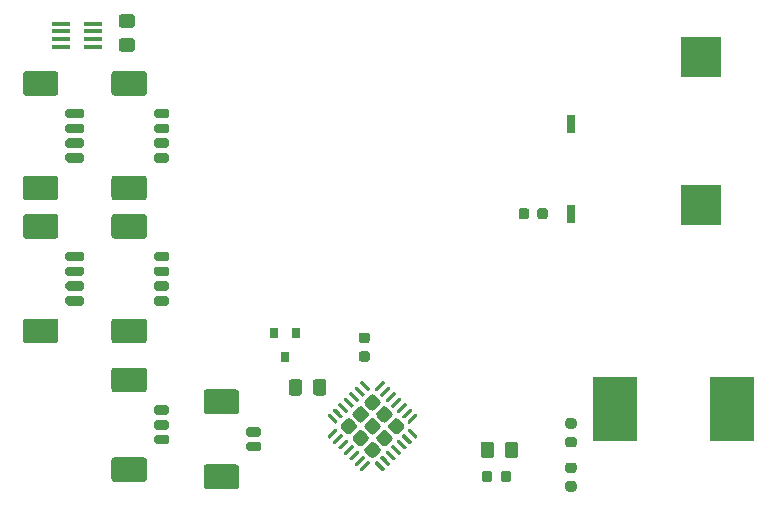
<source format=gtp>
%TF.GenerationSoftware,KiCad,Pcbnew,5.1.6*%
%TF.CreationDate,2020-09-14T14:33:22+02:00*%
%TF.ProjectId,pi-shield,70692d73-6869-4656-9c64-2e6b69636164,rev?*%
%TF.SameCoordinates,Original*%
%TF.FileFunction,Paste,Top*%
%TF.FilePolarity,Positive*%
%FSLAX46Y46*%
G04 Gerber Fmt 4.6, Leading zero omitted, Abs format (unit mm)*
G04 Created by KiCad (PCBNEW 5.1.6) date 2020-09-14 14:33:22*
%MOMM*%
%LPD*%
G01*
G04 APERTURE LIST*
%ADD10R,3.500000X3.500000*%
%ADD11R,3.850000X5.500000*%
%ADD12R,1.560000X0.400000*%
%ADD13R,0.760000X1.600000*%
%ADD14R,0.800000X0.900000*%
G04 APERTURE END LIST*
D10*
%TO.C,BT1*%
X95350000Y-60300000D03*
X95350000Y-47700000D03*
%TD*%
D11*
%TO.C,L1*%
X97975000Y-77500000D03*
X88025000Y-77500000D03*
%TD*%
D12*
%TO.C,U2*%
X43850000Y-46880000D03*
X43850000Y-46230000D03*
X43850000Y-45570000D03*
X43850000Y-44920000D03*
X41150000Y-44920000D03*
X41150000Y-45570000D03*
X41150000Y-46230000D03*
X41150000Y-46880000D03*
%TD*%
%TO.C,C4*%
G36*
G01*
X46249999Y-44100000D02*
X47150001Y-44100000D01*
G75*
G02*
X47400000Y-44349999I0J-249999D01*
G01*
X47400000Y-45000001D01*
G75*
G02*
X47150001Y-45250000I-249999J0D01*
G01*
X46249999Y-45250000D01*
G75*
G02*
X46000000Y-45000001I0J249999D01*
G01*
X46000000Y-44349999D01*
G75*
G02*
X46249999Y-44100000I249999J0D01*
G01*
G37*
G36*
G01*
X46249999Y-46150000D02*
X47150001Y-46150000D01*
G75*
G02*
X47400000Y-46399999I0J-249999D01*
G01*
X47400000Y-47050001D01*
G75*
G02*
X47150001Y-47300000I-249999J0D01*
G01*
X46249999Y-47300000D01*
G75*
G02*
X46000000Y-47050001I0J249999D01*
G01*
X46000000Y-46399999D01*
G75*
G02*
X46249999Y-46150000I249999J0D01*
G01*
G37*
%TD*%
%TO.C,C6*%
G36*
G01*
X61550000Y-75249999D02*
X61550000Y-76150001D01*
G75*
G02*
X61300001Y-76400000I-249999J0D01*
G01*
X60649999Y-76400000D01*
G75*
G02*
X60400000Y-76150001I0J249999D01*
G01*
X60400000Y-75249999D01*
G75*
G02*
X60649999Y-75000000I249999J0D01*
G01*
X61300001Y-75000000D01*
G75*
G02*
X61550000Y-75249999I0J-249999D01*
G01*
G37*
G36*
G01*
X63600000Y-75249999D02*
X63600000Y-76150001D01*
G75*
G02*
X63350001Y-76400000I-249999J0D01*
G01*
X62699999Y-76400000D01*
G75*
G02*
X62450000Y-76150001I0J249999D01*
G01*
X62450000Y-75249999D01*
G75*
G02*
X62699999Y-75000000I249999J0D01*
G01*
X63350001Y-75000000D01*
G75*
G02*
X63600000Y-75249999I0J-249999D01*
G01*
G37*
%TD*%
%TO.C,D1*%
G36*
G01*
X79850000Y-80549999D02*
X79850000Y-81450001D01*
G75*
G02*
X79600001Y-81700000I-249999J0D01*
G01*
X78949999Y-81700000D01*
G75*
G02*
X78700000Y-81450001I0J249999D01*
G01*
X78700000Y-80549999D01*
G75*
G02*
X78949999Y-80300000I249999J0D01*
G01*
X79600001Y-80300000D01*
G75*
G02*
X79850000Y-80549999I0J-249999D01*
G01*
G37*
G36*
G01*
X77800000Y-80549999D02*
X77800000Y-81450001D01*
G75*
G02*
X77550001Y-81700000I-249999J0D01*
G01*
X76899999Y-81700000D01*
G75*
G02*
X76650000Y-81450001I0J249999D01*
G01*
X76650000Y-80549999D01*
G75*
G02*
X76899999Y-80300000I249999J0D01*
G01*
X77550001Y-80300000D01*
G75*
G02*
X77800000Y-80549999I0J-249999D01*
G01*
G37*
%TD*%
%TO.C,U4*%
G36*
G01*
X63805367Y-80042982D02*
X63699301Y-79936916D01*
G75*
G02*
X63699301Y-79830850I53033J53033D01*
G01*
X64318019Y-79212132D01*
G75*
G02*
X64424085Y-79212132I53033J-53033D01*
G01*
X64530151Y-79318198D01*
G75*
G02*
X64530151Y-79424264I-53033J-53033D01*
G01*
X63911433Y-80042982D01*
G75*
G02*
X63805367Y-80042982I-53033J53033D01*
G01*
G37*
G36*
G01*
X64264987Y-80502602D02*
X64158921Y-80396536D01*
G75*
G02*
X64158921Y-80290470I53033J53033D01*
G01*
X64777639Y-79671752D01*
G75*
G02*
X64883705Y-79671752I53033J-53033D01*
G01*
X64989771Y-79777818D01*
G75*
G02*
X64989771Y-79883884I-53033J-53033D01*
G01*
X64371053Y-80502602D01*
G75*
G02*
X64264987Y-80502602I-53033J53033D01*
G01*
G37*
G36*
G01*
X64724606Y-80962221D02*
X64618540Y-80856155D01*
G75*
G02*
X64618540Y-80750089I53033J53033D01*
G01*
X65237258Y-80131371D01*
G75*
G02*
X65343324Y-80131371I53033J-53033D01*
G01*
X65449390Y-80237437D01*
G75*
G02*
X65449390Y-80343503I-53033J-53033D01*
G01*
X64830672Y-80962221D01*
G75*
G02*
X64724606Y-80962221I-53033J53033D01*
G01*
G37*
G36*
G01*
X65184226Y-81421840D02*
X65078160Y-81315774D01*
G75*
G02*
X65078160Y-81209708I53033J53033D01*
G01*
X65696878Y-80590990D01*
G75*
G02*
X65802944Y-80590990I53033J-53033D01*
G01*
X65909010Y-80697056D01*
G75*
G02*
X65909010Y-80803122I-53033J-53033D01*
G01*
X65290292Y-81421840D01*
G75*
G02*
X65184226Y-81421840I-53033J53033D01*
G01*
G37*
G36*
G01*
X65643845Y-81881460D02*
X65537779Y-81775394D01*
G75*
G02*
X65537779Y-81669328I53033J53033D01*
G01*
X66156497Y-81050610D01*
G75*
G02*
X66262563Y-81050610I53033J-53033D01*
G01*
X66368629Y-81156676D01*
G75*
G02*
X66368629Y-81262742I-53033J-53033D01*
G01*
X65749911Y-81881460D01*
G75*
G02*
X65643845Y-81881460I-53033J53033D01*
G01*
G37*
G36*
G01*
X66103464Y-82341079D02*
X65997398Y-82235013D01*
G75*
G02*
X65997398Y-82128947I53033J53033D01*
G01*
X66616116Y-81510229D01*
G75*
G02*
X66722182Y-81510229I53033J-53033D01*
G01*
X66828248Y-81616295D01*
G75*
G02*
X66828248Y-81722361I-53033J-53033D01*
G01*
X66209530Y-82341079D01*
G75*
G02*
X66103464Y-82341079I-53033J53033D01*
G01*
G37*
G36*
G01*
X66563084Y-82800699D02*
X66457018Y-82694633D01*
G75*
G02*
X66457018Y-82588567I53033J53033D01*
G01*
X67075736Y-81969849D01*
G75*
G02*
X67181802Y-81969849I53033J-53033D01*
G01*
X67287868Y-82075915D01*
G75*
G02*
X67287868Y-82181981I-53033J-53033D01*
G01*
X66669150Y-82800699D01*
G75*
G02*
X66563084Y-82800699I-53033J53033D01*
G01*
G37*
G36*
G01*
X68330850Y-82800699D02*
X67712132Y-82181981D01*
G75*
G02*
X67712132Y-82075915I53033J53033D01*
G01*
X67818198Y-81969849D01*
G75*
G02*
X67924264Y-81969849I53033J-53033D01*
G01*
X68542982Y-82588567D01*
G75*
G02*
X68542982Y-82694633I-53033J-53033D01*
G01*
X68436916Y-82800699D01*
G75*
G02*
X68330850Y-82800699I-53033J53033D01*
G01*
G37*
G36*
G01*
X68790470Y-82341079D02*
X68171752Y-81722361D01*
G75*
G02*
X68171752Y-81616295I53033J53033D01*
G01*
X68277818Y-81510229D01*
G75*
G02*
X68383884Y-81510229I53033J-53033D01*
G01*
X69002602Y-82128947D01*
G75*
G02*
X69002602Y-82235013I-53033J-53033D01*
G01*
X68896536Y-82341079D01*
G75*
G02*
X68790470Y-82341079I-53033J53033D01*
G01*
G37*
G36*
G01*
X69250089Y-81881460D02*
X68631371Y-81262742D01*
G75*
G02*
X68631371Y-81156676I53033J53033D01*
G01*
X68737437Y-81050610D01*
G75*
G02*
X68843503Y-81050610I53033J-53033D01*
G01*
X69462221Y-81669328D01*
G75*
G02*
X69462221Y-81775394I-53033J-53033D01*
G01*
X69356155Y-81881460D01*
G75*
G02*
X69250089Y-81881460I-53033J53033D01*
G01*
G37*
G36*
G01*
X69709708Y-81421840D02*
X69090990Y-80803122D01*
G75*
G02*
X69090990Y-80697056I53033J53033D01*
G01*
X69197056Y-80590990D01*
G75*
G02*
X69303122Y-80590990I53033J-53033D01*
G01*
X69921840Y-81209708D01*
G75*
G02*
X69921840Y-81315774I-53033J-53033D01*
G01*
X69815774Y-81421840D01*
G75*
G02*
X69709708Y-81421840I-53033J53033D01*
G01*
G37*
G36*
G01*
X70169328Y-80962221D02*
X69550610Y-80343503D01*
G75*
G02*
X69550610Y-80237437I53033J53033D01*
G01*
X69656676Y-80131371D01*
G75*
G02*
X69762742Y-80131371I53033J-53033D01*
G01*
X70381460Y-80750089D01*
G75*
G02*
X70381460Y-80856155I-53033J-53033D01*
G01*
X70275394Y-80962221D01*
G75*
G02*
X70169328Y-80962221I-53033J53033D01*
G01*
G37*
G36*
G01*
X70628947Y-80502602D02*
X70010229Y-79883884D01*
G75*
G02*
X70010229Y-79777818I53033J53033D01*
G01*
X70116295Y-79671752D01*
G75*
G02*
X70222361Y-79671752I53033J-53033D01*
G01*
X70841079Y-80290470D01*
G75*
G02*
X70841079Y-80396536I-53033J-53033D01*
G01*
X70735013Y-80502602D01*
G75*
G02*
X70628947Y-80502602I-53033J53033D01*
G01*
G37*
G36*
G01*
X71088567Y-80042982D02*
X70469849Y-79424264D01*
G75*
G02*
X70469849Y-79318198I53033J53033D01*
G01*
X70575915Y-79212132D01*
G75*
G02*
X70681981Y-79212132I53033J-53033D01*
G01*
X71300699Y-79830850D01*
G75*
G02*
X71300699Y-79936916I-53033J-53033D01*
G01*
X71194633Y-80042982D01*
G75*
G02*
X71088567Y-80042982I-53033J53033D01*
G01*
G37*
G36*
G01*
X70575915Y-78787868D02*
X70469849Y-78681802D01*
G75*
G02*
X70469849Y-78575736I53033J53033D01*
G01*
X71088567Y-77957018D01*
G75*
G02*
X71194633Y-77957018I53033J-53033D01*
G01*
X71300699Y-78063084D01*
G75*
G02*
X71300699Y-78169150I-53033J-53033D01*
G01*
X70681981Y-78787868D01*
G75*
G02*
X70575915Y-78787868I-53033J53033D01*
G01*
G37*
G36*
G01*
X70116295Y-78328248D02*
X70010229Y-78222182D01*
G75*
G02*
X70010229Y-78116116I53033J53033D01*
G01*
X70628947Y-77497398D01*
G75*
G02*
X70735013Y-77497398I53033J-53033D01*
G01*
X70841079Y-77603464D01*
G75*
G02*
X70841079Y-77709530I-53033J-53033D01*
G01*
X70222361Y-78328248D01*
G75*
G02*
X70116295Y-78328248I-53033J53033D01*
G01*
G37*
G36*
G01*
X69656676Y-77868629D02*
X69550610Y-77762563D01*
G75*
G02*
X69550610Y-77656497I53033J53033D01*
G01*
X70169328Y-77037779D01*
G75*
G02*
X70275394Y-77037779I53033J-53033D01*
G01*
X70381460Y-77143845D01*
G75*
G02*
X70381460Y-77249911I-53033J-53033D01*
G01*
X69762742Y-77868629D01*
G75*
G02*
X69656676Y-77868629I-53033J53033D01*
G01*
G37*
G36*
G01*
X69197056Y-77409010D02*
X69090990Y-77302944D01*
G75*
G02*
X69090990Y-77196878I53033J53033D01*
G01*
X69709708Y-76578160D01*
G75*
G02*
X69815774Y-76578160I53033J-53033D01*
G01*
X69921840Y-76684226D01*
G75*
G02*
X69921840Y-76790292I-53033J-53033D01*
G01*
X69303122Y-77409010D01*
G75*
G02*
X69197056Y-77409010I-53033J53033D01*
G01*
G37*
G36*
G01*
X68737437Y-76949390D02*
X68631371Y-76843324D01*
G75*
G02*
X68631371Y-76737258I53033J53033D01*
G01*
X69250089Y-76118540D01*
G75*
G02*
X69356155Y-76118540I53033J-53033D01*
G01*
X69462221Y-76224606D01*
G75*
G02*
X69462221Y-76330672I-53033J-53033D01*
G01*
X68843503Y-76949390D01*
G75*
G02*
X68737437Y-76949390I-53033J53033D01*
G01*
G37*
G36*
G01*
X68277818Y-76489771D02*
X68171752Y-76383705D01*
G75*
G02*
X68171752Y-76277639I53033J53033D01*
G01*
X68790470Y-75658921D01*
G75*
G02*
X68896536Y-75658921I53033J-53033D01*
G01*
X69002602Y-75764987D01*
G75*
G02*
X69002602Y-75871053I-53033J-53033D01*
G01*
X68383884Y-76489771D01*
G75*
G02*
X68277818Y-76489771I-53033J53033D01*
G01*
G37*
G36*
G01*
X67818198Y-76030151D02*
X67712132Y-75924085D01*
G75*
G02*
X67712132Y-75818019I53033J53033D01*
G01*
X68330850Y-75199301D01*
G75*
G02*
X68436916Y-75199301I53033J-53033D01*
G01*
X68542982Y-75305367D01*
G75*
G02*
X68542982Y-75411433I-53033J-53033D01*
G01*
X67924264Y-76030151D01*
G75*
G02*
X67818198Y-76030151I-53033J53033D01*
G01*
G37*
G36*
G01*
X67075736Y-76030151D02*
X66457018Y-75411433D01*
G75*
G02*
X66457018Y-75305367I53033J53033D01*
G01*
X66563084Y-75199301D01*
G75*
G02*
X66669150Y-75199301I53033J-53033D01*
G01*
X67287868Y-75818019D01*
G75*
G02*
X67287868Y-75924085I-53033J-53033D01*
G01*
X67181802Y-76030151D01*
G75*
G02*
X67075736Y-76030151I-53033J53033D01*
G01*
G37*
G36*
G01*
X66616116Y-76489771D02*
X65997398Y-75871053D01*
G75*
G02*
X65997398Y-75764987I53033J53033D01*
G01*
X66103464Y-75658921D01*
G75*
G02*
X66209530Y-75658921I53033J-53033D01*
G01*
X66828248Y-76277639D01*
G75*
G02*
X66828248Y-76383705I-53033J-53033D01*
G01*
X66722182Y-76489771D01*
G75*
G02*
X66616116Y-76489771I-53033J53033D01*
G01*
G37*
G36*
G01*
X66156497Y-76949390D02*
X65537779Y-76330672D01*
G75*
G02*
X65537779Y-76224606I53033J53033D01*
G01*
X65643845Y-76118540D01*
G75*
G02*
X65749911Y-76118540I53033J-53033D01*
G01*
X66368629Y-76737258D01*
G75*
G02*
X66368629Y-76843324I-53033J-53033D01*
G01*
X66262563Y-76949390D01*
G75*
G02*
X66156497Y-76949390I-53033J53033D01*
G01*
G37*
G36*
G01*
X65696878Y-77409010D02*
X65078160Y-76790292D01*
G75*
G02*
X65078160Y-76684226I53033J53033D01*
G01*
X65184226Y-76578160D01*
G75*
G02*
X65290292Y-76578160I53033J-53033D01*
G01*
X65909010Y-77196878D01*
G75*
G02*
X65909010Y-77302944I-53033J-53033D01*
G01*
X65802944Y-77409010D01*
G75*
G02*
X65696878Y-77409010I-53033J53033D01*
G01*
G37*
G36*
G01*
X65237258Y-77868629D02*
X64618540Y-77249911D01*
G75*
G02*
X64618540Y-77143845I53033J53033D01*
G01*
X64724606Y-77037779D01*
G75*
G02*
X64830672Y-77037779I53033J-53033D01*
G01*
X65449390Y-77656497D01*
G75*
G02*
X65449390Y-77762563I-53033J-53033D01*
G01*
X65343324Y-77868629D01*
G75*
G02*
X65237258Y-77868629I-53033J53033D01*
G01*
G37*
G36*
G01*
X64777639Y-78328248D02*
X64158921Y-77709530D01*
G75*
G02*
X64158921Y-77603464I53033J53033D01*
G01*
X64264987Y-77497398D01*
G75*
G02*
X64371053Y-77497398I53033J-53033D01*
G01*
X64989771Y-78116116D01*
G75*
G02*
X64989771Y-78222182I-53033J-53033D01*
G01*
X64883705Y-78328248D01*
G75*
G02*
X64777639Y-78328248I-53033J53033D01*
G01*
G37*
G36*
G01*
X64318019Y-78787868D02*
X63699301Y-78169150D01*
G75*
G02*
X63699301Y-78063084I53033J53033D01*
G01*
X63805367Y-77957018D01*
G75*
G02*
X63911433Y-77957018I53033J-53033D01*
G01*
X64530151Y-78575736D01*
G75*
G02*
X64530151Y-78681802I-53033J-53033D01*
G01*
X64424085Y-78787868D01*
G75*
G02*
X64318019Y-78787868I-53033J53033D01*
G01*
G37*
G36*
G01*
X65315041Y-79629326D02*
X64862491Y-79176776D01*
G75*
G02*
X64862491Y-78823224I176776J176776D01*
G01*
X65315041Y-78370674D01*
G75*
G02*
X65668593Y-78370674I176776J-176776D01*
G01*
X66121143Y-78823224D01*
G75*
G02*
X66121143Y-79176776I-176776J-176776D01*
G01*
X65668593Y-79629326D01*
G75*
G02*
X65315041Y-79629326I-176776J176776D01*
G01*
G37*
G36*
G01*
X66319132Y-80633418D02*
X65866582Y-80180868D01*
G75*
G02*
X65866582Y-79827316I176776J176776D01*
G01*
X66319132Y-79374766D01*
G75*
G02*
X66672684Y-79374766I176776J-176776D01*
G01*
X67125234Y-79827316D01*
G75*
G02*
X67125234Y-80180868I-176776J-176776D01*
G01*
X66672684Y-80633418D01*
G75*
G02*
X66319132Y-80633418I-176776J176776D01*
G01*
G37*
G36*
G01*
X67323224Y-81637509D02*
X66870674Y-81184959D01*
G75*
G02*
X66870674Y-80831407I176776J176776D01*
G01*
X67323224Y-80378857D01*
G75*
G02*
X67676776Y-80378857I176776J-176776D01*
G01*
X68129326Y-80831407D01*
G75*
G02*
X68129326Y-81184959I-176776J-176776D01*
G01*
X67676776Y-81637509D01*
G75*
G02*
X67323224Y-81637509I-176776J176776D01*
G01*
G37*
G36*
G01*
X66319132Y-78625234D02*
X65866582Y-78172684D01*
G75*
G02*
X65866582Y-77819132I176776J176776D01*
G01*
X66319132Y-77366582D01*
G75*
G02*
X66672684Y-77366582I176776J-176776D01*
G01*
X67125234Y-77819132D01*
G75*
G02*
X67125234Y-78172684I-176776J-176776D01*
G01*
X66672684Y-78625234D01*
G75*
G02*
X66319132Y-78625234I-176776J176776D01*
G01*
G37*
G36*
G01*
X67323224Y-79629326D02*
X66870674Y-79176776D01*
G75*
G02*
X66870674Y-78823224I176776J176776D01*
G01*
X67323224Y-78370674D01*
G75*
G02*
X67676776Y-78370674I176776J-176776D01*
G01*
X68129326Y-78823224D01*
G75*
G02*
X68129326Y-79176776I-176776J-176776D01*
G01*
X67676776Y-79629326D01*
G75*
G02*
X67323224Y-79629326I-176776J176776D01*
G01*
G37*
G36*
G01*
X68327316Y-80633418D02*
X67874766Y-80180868D01*
G75*
G02*
X67874766Y-79827316I176776J176776D01*
G01*
X68327316Y-79374766D01*
G75*
G02*
X68680868Y-79374766I176776J-176776D01*
G01*
X69133418Y-79827316D01*
G75*
G02*
X69133418Y-80180868I-176776J-176776D01*
G01*
X68680868Y-80633418D01*
G75*
G02*
X68327316Y-80633418I-176776J176776D01*
G01*
G37*
G36*
G01*
X67323224Y-77621143D02*
X66870674Y-77168593D01*
G75*
G02*
X66870674Y-76815041I176776J176776D01*
G01*
X67323224Y-76362491D01*
G75*
G02*
X67676776Y-76362491I176776J-176776D01*
G01*
X68129326Y-76815041D01*
G75*
G02*
X68129326Y-77168593I-176776J-176776D01*
G01*
X67676776Y-77621143D01*
G75*
G02*
X67323224Y-77621143I-176776J176776D01*
G01*
G37*
G36*
G01*
X68327316Y-78625234D02*
X67874766Y-78172684D01*
G75*
G02*
X67874766Y-77819132I176776J176776D01*
G01*
X68327316Y-77366582D01*
G75*
G02*
X68680868Y-77366582I176776J-176776D01*
G01*
X69133418Y-77819132D01*
G75*
G02*
X69133418Y-78172684I-176776J-176776D01*
G01*
X68680868Y-78625234D01*
G75*
G02*
X68327316Y-78625234I-176776J176776D01*
G01*
G37*
G36*
G01*
X69331407Y-79629326D02*
X68878857Y-79176776D01*
G75*
G02*
X68878857Y-78823224I176776J176776D01*
G01*
X69331407Y-78370674D01*
G75*
G02*
X69684959Y-78370674I176776J-176776D01*
G01*
X70137509Y-78823224D01*
G75*
G02*
X70137509Y-79176776I-176776J-176776D01*
G01*
X69684959Y-79629326D01*
G75*
G02*
X69331407Y-79629326I-176776J176776D01*
G01*
G37*
%TD*%
D13*
%TO.C,SW1*%
X84300000Y-61010000D03*
X84300000Y-53390000D03*
%TD*%
%TO.C,J8*%
G36*
G01*
X41700000Y-64225000D02*
X42900000Y-64225000D01*
G75*
G02*
X43100000Y-64425000I0J-200000D01*
G01*
X43100000Y-64825000D01*
G75*
G02*
X42900000Y-65025000I-200000J0D01*
G01*
X41700000Y-65025000D01*
G75*
G02*
X41500000Y-64825000I0J200000D01*
G01*
X41500000Y-64425000D01*
G75*
G02*
X41700000Y-64225000I200000J0D01*
G01*
G37*
G36*
G01*
X41700000Y-65475000D02*
X42900000Y-65475000D01*
G75*
G02*
X43100000Y-65675000I0J-200000D01*
G01*
X43100000Y-66075000D01*
G75*
G02*
X42900000Y-66275000I-200000J0D01*
G01*
X41700000Y-66275000D01*
G75*
G02*
X41500000Y-66075000I0J200000D01*
G01*
X41500000Y-65675000D01*
G75*
G02*
X41700000Y-65475000I200000J0D01*
G01*
G37*
G36*
G01*
X41700000Y-66725000D02*
X42900000Y-66725000D01*
G75*
G02*
X43100000Y-66925000I0J-200000D01*
G01*
X43100000Y-67325000D01*
G75*
G02*
X42900000Y-67525000I-200000J0D01*
G01*
X41700000Y-67525000D01*
G75*
G02*
X41500000Y-67325000I0J200000D01*
G01*
X41500000Y-66925000D01*
G75*
G02*
X41700000Y-66725000I200000J0D01*
G01*
G37*
G36*
G01*
X41700000Y-67975000D02*
X42900000Y-67975000D01*
G75*
G02*
X43100000Y-68175000I0J-200000D01*
G01*
X43100000Y-68575000D01*
G75*
G02*
X42900000Y-68775000I-200000J0D01*
G01*
X41700000Y-68775000D01*
G75*
G02*
X41500000Y-68575000I0J200000D01*
G01*
X41500000Y-68175000D01*
G75*
G02*
X41700000Y-67975000I200000J0D01*
G01*
G37*
G36*
G01*
X38150000Y-61025000D02*
X40650000Y-61025000D01*
G75*
G02*
X40900000Y-61275000I0J-250000D01*
G01*
X40900000Y-62875000D01*
G75*
G02*
X40650000Y-63125000I-250000J0D01*
G01*
X38150000Y-63125000D01*
G75*
G02*
X37900000Y-62875000I0J250000D01*
G01*
X37900000Y-61275000D01*
G75*
G02*
X38150000Y-61025000I250000J0D01*
G01*
G37*
G36*
G01*
X38150000Y-69875000D02*
X40650000Y-69875000D01*
G75*
G02*
X40900000Y-70125000I0J-250000D01*
G01*
X40900000Y-71725000D01*
G75*
G02*
X40650000Y-71975000I-250000J0D01*
G01*
X38150000Y-71975000D01*
G75*
G02*
X37900000Y-71725000I0J250000D01*
G01*
X37900000Y-70125000D01*
G75*
G02*
X38150000Y-69875000I250000J0D01*
G01*
G37*
%TD*%
%TO.C,J9*%
G36*
G01*
X38150000Y-57775000D02*
X40650000Y-57775000D01*
G75*
G02*
X40900000Y-58025000I0J-250000D01*
G01*
X40900000Y-59625000D01*
G75*
G02*
X40650000Y-59875000I-250000J0D01*
G01*
X38150000Y-59875000D01*
G75*
G02*
X37900000Y-59625000I0J250000D01*
G01*
X37900000Y-58025000D01*
G75*
G02*
X38150000Y-57775000I250000J0D01*
G01*
G37*
G36*
G01*
X38150000Y-48925000D02*
X40650000Y-48925000D01*
G75*
G02*
X40900000Y-49175000I0J-250000D01*
G01*
X40900000Y-50775000D01*
G75*
G02*
X40650000Y-51025000I-250000J0D01*
G01*
X38150000Y-51025000D01*
G75*
G02*
X37900000Y-50775000I0J250000D01*
G01*
X37900000Y-49175000D01*
G75*
G02*
X38150000Y-48925000I250000J0D01*
G01*
G37*
G36*
G01*
X41700000Y-55875000D02*
X42900000Y-55875000D01*
G75*
G02*
X43100000Y-56075000I0J-200000D01*
G01*
X43100000Y-56475000D01*
G75*
G02*
X42900000Y-56675000I-200000J0D01*
G01*
X41700000Y-56675000D01*
G75*
G02*
X41500000Y-56475000I0J200000D01*
G01*
X41500000Y-56075000D01*
G75*
G02*
X41700000Y-55875000I200000J0D01*
G01*
G37*
G36*
G01*
X41700000Y-54625000D02*
X42900000Y-54625000D01*
G75*
G02*
X43100000Y-54825000I0J-200000D01*
G01*
X43100000Y-55225000D01*
G75*
G02*
X42900000Y-55425000I-200000J0D01*
G01*
X41700000Y-55425000D01*
G75*
G02*
X41500000Y-55225000I0J200000D01*
G01*
X41500000Y-54825000D01*
G75*
G02*
X41700000Y-54625000I200000J0D01*
G01*
G37*
G36*
G01*
X41700000Y-53375000D02*
X42900000Y-53375000D01*
G75*
G02*
X43100000Y-53575000I0J-200000D01*
G01*
X43100000Y-53975000D01*
G75*
G02*
X42900000Y-54175000I-200000J0D01*
G01*
X41700000Y-54175000D01*
G75*
G02*
X41500000Y-53975000I0J200000D01*
G01*
X41500000Y-53575000D01*
G75*
G02*
X41700000Y-53375000I200000J0D01*
G01*
G37*
G36*
G01*
X41700000Y-52125000D02*
X42900000Y-52125000D01*
G75*
G02*
X43100000Y-52325000I0J-200000D01*
G01*
X43100000Y-52725000D01*
G75*
G02*
X42900000Y-52925000I-200000J0D01*
G01*
X41700000Y-52925000D01*
G75*
G02*
X41500000Y-52725000I0J200000D01*
G01*
X41500000Y-52325000D01*
G75*
G02*
X41700000Y-52125000I200000J0D01*
G01*
G37*
%TD*%
D14*
%TO.C,Q1*%
X61050000Y-71100000D03*
X59150000Y-71100000D03*
X60100000Y-73100000D03*
%TD*%
%TO.C,J2*%
G36*
G01*
X49200000Y-52125000D02*
X50100000Y-52125000D01*
G75*
G02*
X50300000Y-52325000I0J-200000D01*
G01*
X50300000Y-52725000D01*
G75*
G02*
X50100000Y-52925000I-200000J0D01*
G01*
X49200000Y-52925000D01*
G75*
G02*
X49000000Y-52725000I0J200000D01*
G01*
X49000000Y-52325000D01*
G75*
G02*
X49200000Y-52125000I200000J0D01*
G01*
G37*
G36*
G01*
X49200000Y-53375000D02*
X50100000Y-53375000D01*
G75*
G02*
X50300000Y-53575000I0J-200000D01*
G01*
X50300000Y-53975000D01*
G75*
G02*
X50100000Y-54175000I-200000J0D01*
G01*
X49200000Y-54175000D01*
G75*
G02*
X49000000Y-53975000I0J200000D01*
G01*
X49000000Y-53575000D01*
G75*
G02*
X49200000Y-53375000I200000J0D01*
G01*
G37*
G36*
G01*
X49200000Y-54625000D02*
X50100000Y-54625000D01*
G75*
G02*
X50300000Y-54825000I0J-200000D01*
G01*
X50300000Y-55225000D01*
G75*
G02*
X50100000Y-55425000I-200000J0D01*
G01*
X49200000Y-55425000D01*
G75*
G02*
X49000000Y-55225000I0J200000D01*
G01*
X49000000Y-54825000D01*
G75*
G02*
X49200000Y-54625000I200000J0D01*
G01*
G37*
G36*
G01*
X49200000Y-55875000D02*
X50100000Y-55875000D01*
G75*
G02*
X50300000Y-56075000I0J-200000D01*
G01*
X50300000Y-56475000D01*
G75*
G02*
X50100000Y-56675000I-200000J0D01*
G01*
X49200000Y-56675000D01*
G75*
G02*
X49000000Y-56475000I0J200000D01*
G01*
X49000000Y-56075000D01*
G75*
G02*
X49200000Y-55875000I200000J0D01*
G01*
G37*
G36*
G01*
X45650000Y-48925000D02*
X48150000Y-48925000D01*
G75*
G02*
X48400000Y-49175000I0J-250000D01*
G01*
X48400000Y-50775000D01*
G75*
G02*
X48150000Y-51025000I-250000J0D01*
G01*
X45650000Y-51025000D01*
G75*
G02*
X45400000Y-50775000I0J250000D01*
G01*
X45400000Y-49175000D01*
G75*
G02*
X45650000Y-48925000I250000J0D01*
G01*
G37*
G36*
G01*
X45650000Y-57775000D02*
X48150000Y-57775000D01*
G75*
G02*
X48400000Y-58025000I0J-250000D01*
G01*
X48400000Y-59625000D01*
G75*
G02*
X48150000Y-59875000I-250000J0D01*
G01*
X45650000Y-59875000D01*
G75*
G02*
X45400000Y-59625000I0J250000D01*
G01*
X45400000Y-58025000D01*
G75*
G02*
X45650000Y-57775000I250000J0D01*
G01*
G37*
%TD*%
%TO.C,J3*%
G36*
G01*
X45650000Y-69875000D02*
X48150000Y-69875000D01*
G75*
G02*
X48400000Y-70125000I0J-250000D01*
G01*
X48400000Y-71725000D01*
G75*
G02*
X48150000Y-71975000I-250000J0D01*
G01*
X45650000Y-71975000D01*
G75*
G02*
X45400000Y-71725000I0J250000D01*
G01*
X45400000Y-70125000D01*
G75*
G02*
X45650000Y-69875000I250000J0D01*
G01*
G37*
G36*
G01*
X45650000Y-61025000D02*
X48150000Y-61025000D01*
G75*
G02*
X48400000Y-61275000I0J-250000D01*
G01*
X48400000Y-62875000D01*
G75*
G02*
X48150000Y-63125000I-250000J0D01*
G01*
X45650000Y-63125000D01*
G75*
G02*
X45400000Y-62875000I0J250000D01*
G01*
X45400000Y-61275000D01*
G75*
G02*
X45650000Y-61025000I250000J0D01*
G01*
G37*
G36*
G01*
X49200000Y-67975000D02*
X50100000Y-67975000D01*
G75*
G02*
X50300000Y-68175000I0J-200000D01*
G01*
X50300000Y-68575000D01*
G75*
G02*
X50100000Y-68775000I-200000J0D01*
G01*
X49200000Y-68775000D01*
G75*
G02*
X49000000Y-68575000I0J200000D01*
G01*
X49000000Y-68175000D01*
G75*
G02*
X49200000Y-67975000I200000J0D01*
G01*
G37*
G36*
G01*
X49200000Y-66725000D02*
X50100000Y-66725000D01*
G75*
G02*
X50300000Y-66925000I0J-200000D01*
G01*
X50300000Y-67325000D01*
G75*
G02*
X50100000Y-67525000I-200000J0D01*
G01*
X49200000Y-67525000D01*
G75*
G02*
X49000000Y-67325000I0J200000D01*
G01*
X49000000Y-66925000D01*
G75*
G02*
X49200000Y-66725000I200000J0D01*
G01*
G37*
G36*
G01*
X49200000Y-65475000D02*
X50100000Y-65475000D01*
G75*
G02*
X50300000Y-65675000I0J-200000D01*
G01*
X50300000Y-66075000D01*
G75*
G02*
X50100000Y-66275000I-200000J0D01*
G01*
X49200000Y-66275000D01*
G75*
G02*
X49000000Y-66075000I0J200000D01*
G01*
X49000000Y-65675000D01*
G75*
G02*
X49200000Y-65475000I200000J0D01*
G01*
G37*
G36*
G01*
X49200000Y-64225000D02*
X50100000Y-64225000D01*
G75*
G02*
X50300000Y-64425000I0J-200000D01*
G01*
X50300000Y-64825000D01*
G75*
G02*
X50100000Y-65025000I-200000J0D01*
G01*
X49200000Y-65025000D01*
G75*
G02*
X49000000Y-64825000I0J200000D01*
G01*
X49000000Y-64425000D01*
G75*
G02*
X49200000Y-64225000I200000J0D01*
G01*
G37*
%TD*%
%TO.C,J11*%
G36*
G01*
X57000000Y-79075000D02*
X57900000Y-79075000D01*
G75*
G02*
X58100000Y-79275000I0J-200000D01*
G01*
X58100000Y-79675000D01*
G75*
G02*
X57900000Y-79875000I-200000J0D01*
G01*
X57000000Y-79875000D01*
G75*
G02*
X56800000Y-79675000I0J200000D01*
G01*
X56800000Y-79275000D01*
G75*
G02*
X57000000Y-79075000I200000J0D01*
G01*
G37*
G36*
G01*
X57000000Y-80325000D02*
X57900000Y-80325000D01*
G75*
G02*
X58100000Y-80525000I0J-200000D01*
G01*
X58100000Y-80925000D01*
G75*
G02*
X57900000Y-81125000I-200000J0D01*
G01*
X57000000Y-81125000D01*
G75*
G02*
X56800000Y-80925000I0J200000D01*
G01*
X56800000Y-80525000D01*
G75*
G02*
X57000000Y-80325000I200000J0D01*
G01*
G37*
G36*
G01*
X53450000Y-75875000D02*
X55950000Y-75875000D01*
G75*
G02*
X56200000Y-76125000I0J-250000D01*
G01*
X56200000Y-77725000D01*
G75*
G02*
X55950000Y-77975000I-250000J0D01*
G01*
X53450000Y-77975000D01*
G75*
G02*
X53200000Y-77725000I0J250000D01*
G01*
X53200000Y-76125000D01*
G75*
G02*
X53450000Y-75875000I250000J0D01*
G01*
G37*
G36*
G01*
X53450000Y-82225000D02*
X55950000Y-82225000D01*
G75*
G02*
X56200000Y-82475000I0J-250000D01*
G01*
X56200000Y-84075000D01*
G75*
G02*
X55950000Y-84325000I-250000J0D01*
G01*
X53450000Y-84325000D01*
G75*
G02*
X53200000Y-84075000I0J250000D01*
G01*
X53200000Y-82475000D01*
G75*
G02*
X53450000Y-82225000I250000J0D01*
G01*
G37*
%TD*%
%TO.C,R10*%
G36*
G01*
X67056250Y-73525000D02*
X66543750Y-73525000D01*
G75*
G02*
X66325000Y-73306250I0J218750D01*
G01*
X66325000Y-72868750D01*
G75*
G02*
X66543750Y-72650000I218750J0D01*
G01*
X67056250Y-72650000D01*
G75*
G02*
X67275000Y-72868750I0J-218750D01*
G01*
X67275000Y-73306250D01*
G75*
G02*
X67056250Y-73525000I-218750J0D01*
G01*
G37*
G36*
G01*
X67056250Y-71950000D02*
X66543750Y-71950000D01*
G75*
G02*
X66325000Y-71731250I0J218750D01*
G01*
X66325000Y-71293750D01*
G75*
G02*
X66543750Y-71075000I218750J0D01*
G01*
X67056250Y-71075000D01*
G75*
G02*
X67275000Y-71293750I0J-218750D01*
G01*
X67275000Y-71731250D01*
G75*
G02*
X67056250Y-71950000I-218750J0D01*
G01*
G37*
%TD*%
%TO.C,R2*%
G36*
G01*
X79875000Y-61256250D02*
X79875000Y-60743750D01*
G75*
G02*
X80093750Y-60525000I218750J0D01*
G01*
X80531250Y-60525000D01*
G75*
G02*
X80750000Y-60743750I0J-218750D01*
G01*
X80750000Y-61256250D01*
G75*
G02*
X80531250Y-61475000I-218750J0D01*
G01*
X80093750Y-61475000D01*
G75*
G02*
X79875000Y-61256250I0J218750D01*
G01*
G37*
G36*
G01*
X81450000Y-61256250D02*
X81450000Y-60743750D01*
G75*
G02*
X81668750Y-60525000I218750J0D01*
G01*
X82106250Y-60525000D01*
G75*
G02*
X82325000Y-60743750I0J-218750D01*
G01*
X82325000Y-61256250D01*
G75*
G02*
X82106250Y-61475000I-218750J0D01*
G01*
X81668750Y-61475000D01*
G75*
G02*
X81450000Y-61256250I0J218750D01*
G01*
G37*
%TD*%
%TO.C,R3*%
G36*
G01*
X79225000Y-82993750D02*
X79225000Y-83506250D01*
G75*
G02*
X79006250Y-83725000I-218750J0D01*
G01*
X78568750Y-83725000D01*
G75*
G02*
X78350000Y-83506250I0J218750D01*
G01*
X78350000Y-82993750D01*
G75*
G02*
X78568750Y-82775000I218750J0D01*
G01*
X79006250Y-82775000D01*
G75*
G02*
X79225000Y-82993750I0J-218750D01*
G01*
G37*
G36*
G01*
X77650000Y-82993750D02*
X77650000Y-83506250D01*
G75*
G02*
X77431250Y-83725000I-218750J0D01*
G01*
X76993750Y-83725000D01*
G75*
G02*
X76775000Y-83506250I0J218750D01*
G01*
X76775000Y-82993750D01*
G75*
G02*
X76993750Y-82775000I218750J0D01*
G01*
X77431250Y-82775000D01*
G75*
G02*
X77650000Y-82993750I0J-218750D01*
G01*
G37*
%TD*%
%TO.C,R4*%
G36*
G01*
X84043750Y-79900000D02*
X84556250Y-79900000D01*
G75*
G02*
X84775000Y-80118750I0J-218750D01*
G01*
X84775000Y-80556250D01*
G75*
G02*
X84556250Y-80775000I-218750J0D01*
G01*
X84043750Y-80775000D01*
G75*
G02*
X83825000Y-80556250I0J218750D01*
G01*
X83825000Y-80118750D01*
G75*
G02*
X84043750Y-79900000I218750J0D01*
G01*
G37*
G36*
G01*
X84043750Y-78325000D02*
X84556250Y-78325000D01*
G75*
G02*
X84775000Y-78543750I0J-218750D01*
G01*
X84775000Y-78981250D01*
G75*
G02*
X84556250Y-79200000I-218750J0D01*
G01*
X84043750Y-79200000D01*
G75*
G02*
X83825000Y-78981250I0J218750D01*
G01*
X83825000Y-78543750D01*
G75*
G02*
X84043750Y-78325000I218750J0D01*
G01*
G37*
%TD*%
%TO.C,R5*%
G36*
G01*
X84043750Y-82075000D02*
X84556250Y-82075000D01*
G75*
G02*
X84775000Y-82293750I0J-218750D01*
G01*
X84775000Y-82731250D01*
G75*
G02*
X84556250Y-82950000I-218750J0D01*
G01*
X84043750Y-82950000D01*
G75*
G02*
X83825000Y-82731250I0J218750D01*
G01*
X83825000Y-82293750D01*
G75*
G02*
X84043750Y-82075000I218750J0D01*
G01*
G37*
G36*
G01*
X84043750Y-83650000D02*
X84556250Y-83650000D01*
G75*
G02*
X84775000Y-83868750I0J-218750D01*
G01*
X84775000Y-84306250D01*
G75*
G02*
X84556250Y-84525000I-218750J0D01*
G01*
X84043750Y-84525000D01*
G75*
G02*
X83825000Y-84306250I0J218750D01*
G01*
X83825000Y-83868750D01*
G75*
G02*
X84043750Y-83650000I218750J0D01*
G01*
G37*
%TD*%
%TO.C,J12*%
G36*
G01*
X49200000Y-77225000D02*
X50100000Y-77225000D01*
G75*
G02*
X50300000Y-77425000I0J-200000D01*
G01*
X50300000Y-77825000D01*
G75*
G02*
X50100000Y-78025000I-200000J0D01*
G01*
X49200000Y-78025000D01*
G75*
G02*
X49000000Y-77825000I0J200000D01*
G01*
X49000000Y-77425000D01*
G75*
G02*
X49200000Y-77225000I200000J0D01*
G01*
G37*
G36*
G01*
X49200000Y-78475000D02*
X50100000Y-78475000D01*
G75*
G02*
X50300000Y-78675000I0J-200000D01*
G01*
X50300000Y-79075000D01*
G75*
G02*
X50100000Y-79275000I-200000J0D01*
G01*
X49200000Y-79275000D01*
G75*
G02*
X49000000Y-79075000I0J200000D01*
G01*
X49000000Y-78675000D01*
G75*
G02*
X49200000Y-78475000I200000J0D01*
G01*
G37*
G36*
G01*
X49200000Y-79725000D02*
X50100000Y-79725000D01*
G75*
G02*
X50300000Y-79925000I0J-200000D01*
G01*
X50300000Y-80325000D01*
G75*
G02*
X50100000Y-80525000I-200000J0D01*
G01*
X49200000Y-80525000D01*
G75*
G02*
X49000000Y-80325000I0J200000D01*
G01*
X49000000Y-79925000D01*
G75*
G02*
X49200000Y-79725000I200000J0D01*
G01*
G37*
G36*
G01*
X45650000Y-74025000D02*
X48150000Y-74025000D01*
G75*
G02*
X48400000Y-74275000I0J-250000D01*
G01*
X48400000Y-75875000D01*
G75*
G02*
X48150000Y-76125000I-250000J0D01*
G01*
X45650000Y-76125000D01*
G75*
G02*
X45400000Y-75875000I0J250000D01*
G01*
X45400000Y-74275000D01*
G75*
G02*
X45650000Y-74025000I250000J0D01*
G01*
G37*
G36*
G01*
X45650000Y-81625000D02*
X48150000Y-81625000D01*
G75*
G02*
X48400000Y-81875000I0J-250000D01*
G01*
X48400000Y-83475000D01*
G75*
G02*
X48150000Y-83725000I-250000J0D01*
G01*
X45650000Y-83725000D01*
G75*
G02*
X45400000Y-83475000I0J250000D01*
G01*
X45400000Y-81875000D01*
G75*
G02*
X45650000Y-81625000I250000J0D01*
G01*
G37*
%TD*%
M02*

</source>
